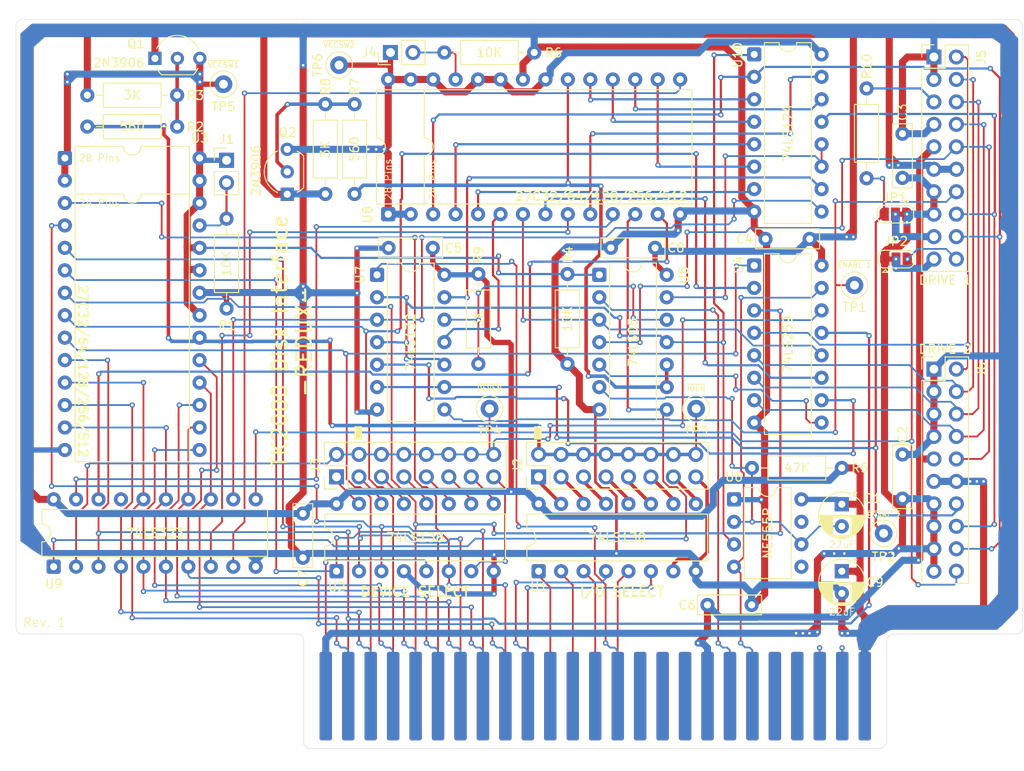
<source format=kicad_pcb>
(kicad_pcb
	(version 20241229)
	(generator "pcbnew")
	(generator_version "9.0")
	(general
		(thickness 1.6)
		(legacy_teardrops no)
	)
	(paper "A4")
	(layers
		(0 "F.Cu" signal)
		(2 "B.Cu" signal)
		(9 "F.Adhes" user "F.Adhesive")
		(11 "B.Adhes" user "B.Adhesive")
		(13 "F.Paste" user)
		(15 "B.Paste" user)
		(5 "F.SilkS" user "F.Silkscreen")
		(7 "B.SilkS" user "B.Silkscreen")
		(1 "F.Mask" user)
		(3 "B.Mask" user)
		(17 "Dwgs.User" user "User.Drawings")
		(19 "Cmts.User" user "User.Comments")
		(21 "Eco1.User" user "User.Eco1")
		(23 "Eco2.User" user "User.Eco2")
		(25 "Edge.Cuts" user)
		(27 "Margin" user)
		(31 "F.CrtYd" user "F.Courtyard")
		(29 "B.CrtYd" user "B.Courtyard")
		(35 "F.Fab" user)
		(33 "B.Fab" user)
		(39 "User.1" user)
		(41 "User.2" user)
		(43 "User.3" user)
		(45 "User.4" user)
	)
	(setup
		(pad_to_mask_clearance 0)
		(allow_soldermask_bridges_in_footprints no)
		(tenting front back)
		(pcbplotparams
			(layerselection 0x00000000_00000000_55555555_5755f5ff)
			(plot_on_all_layers_selection 0x00000000_00000000_00000000_00000000)
			(disableapertmacros no)
			(usegerberextensions no)
			(usegerberattributes yes)
			(usegerberadvancedattributes yes)
			(creategerberjobfile yes)
			(dashed_line_dash_ratio 12.000000)
			(dashed_line_gap_ratio 3.000000)
			(svgprecision 4)
			(plotframeref no)
			(mode 1)
			(useauxorigin no)
			(hpglpennumber 1)
			(hpglpenspeed 20)
			(hpglpendiameter 15.000000)
			(pdf_front_fp_property_popups yes)
			(pdf_back_fp_property_popups yes)
			(pdf_metadata yes)
			(pdf_single_document no)
			(dxfpolygonmode yes)
			(dxfimperialunits yes)
			(dxfusepcbnewfont yes)
			(psnegative no)
			(psa4output no)
			(plot_black_and_white yes)
			(sketchpadsonfab no)
			(plotpadnumbers no)
			(hidednponfab no)
			(sketchdnponfab yes)
			(crossoutdnponfab yes)
			(subtractmaskfromsilk no)
			(outputformat 1)
			(mirror no)
			(drillshape 0)
			(scaleselection 1)
			(outputdirectory "gerbers/")
		)
	)
	(net 0 "")
	(net 1 "-12V")
	(net 2 "GND")
	(net 3 "+5V")
	(net 4 "Net-(U6-THR)")
	(net 5 "+12V")
	(net 6 "Net-(J1-Pin_2)")
	(net 7 "~{IOSEL}")
	(net 8 "Net-(J2-Pin_5)")
	(net 9 "Net-(J2-Pin_7)")
	(net 10 "/VCC_SWITCHED_1")
	(net 11 "Net-(J2-Pin_15)")
	(net 12 "Net-(J2-Pin_3)")
	(net 13 "Net-(J2-Pin_9)")
	(net 14 "Net-(J2-Pin_11)")
	(net 15 "Net-(J2-Pin_13)")
	(net 16 "Net-(J2-Pin_1)")
	(net 17 "Net-(J3-Pin_11)")
	(net 18 "Net-(J3-Pin_5)")
	(net 19 "Net-(J3-Pin_7)")
	(net 20 "Net-(J3-Pin_9)")
	(net 21 "Net-(J3-Pin_1)")
	(net 22 "Net-(J3-Pin_13)")
	(net 23 "Net-(J3-Pin_15)")
	(net 24 "Net-(J3-Pin_3)")
	(net 25 "Net-(J4-Pin_2)")
	(net 26 "/PH1")
	(net 27 "/PH0")
	(net 28 "/WR DATA")
	(net 29 "/W PROT")
	(net 30 "/RD DATA")
	(net 31 "/PH2")
	(net 32 "/PH3")
	(net 33 "Net-(J5-Pin_17)")
	(net 34 "/WR REQ")
	(net 35 "Net-(J5-Pin_19)")
	(net 36 "/~{ENBL 1}")
	(net 37 "Net-(J5-Pin_5)")
	(net 38 "/~{ENBL 2}")
	(net 39 "A12")
	(net 40 "D0")
	(net 41 "A10")
	(net 42 "A3")
	(net 43 "A14")
	(net 44 "D3")
	(net 45 "unconnected-(P1-Pin_40-Pad40)")
	(net 46 "2M")
	(net 47 "~{RESET}")
	(net 48 "unconnected-(P1-Pin_30-Pad30)")
	(net 49 "A4")
	(net 50 "~{EXTC}")
	(net 51 "unconnected-(P1-Pin_18-Pad18)")
	(net 52 "unconnected-(P1-Pin_38-Pad38)")
	(net 53 "D1")
	(net 54 "unconnected-(P1-Pin_29-Pad29)")
	(net 55 "A0")
	(net 56 "A15")
	(net 57 "D6")
	(net 58 "unconnected-(P1-Pin_36-Pad36)")
	(net 59 "A5")
	(net 60 "unconnected-(P1-Pin_22-Pad22)")
	(net 61 "~{EXTE}")
	(net 62 "Net-(P1-Pin_24)")
	(net 63 "~{EXT8}")
	(net 64 "unconnected-(P1-Pin_34-Pad34)")
	(net 65 "A8")
	(net 66 "D2")
	(net 67 "A2")
	(net 68 "D7")
	(net 69 "A7")
	(net 70 "Net-(P1-Pin_23)")
	(net 71 "A6")
	(net 72 "unconnected-(P1-Pin_21-Pad21)")
	(net 73 "~{EXT_MEM}")
	(net 74 "D4")
	(net 75 "D5")
	(net 76 "A9")
	(net 77 "A13")
	(net 78 "A11")
	(net 79 "unconnected-(P1-Pin_39-Pad39)")
	(net 80 "~{EXT6}")
	(net 81 "A1")
	(net 82 "Net-(Q1-B)")
	(net 83 "Net-(Q2-B)")
	(net 84 "Net-(U8-~{CE})")
	(net 85 "Net-(R9-Pad2)")
	(net 86 "Net-(U4-Q6)")
	(net 87 "Net-(U4-Q5)")
	(net 88 "Net-(U4-Q7)")
	(net 89 "Net-(U4-Q4)")
	(net 90 "Net-(U10-D3)")
	(net 91 "Net-(U8-D1)")
	(net 92 "Net-(U10-~{Mr})")
	(net 93 "Net-(U8-A4)")
	(net 94 "Net-(U10-Q3)")
	(net 95 "Net-(U10-Cp)")
	(net 96 "Net-(U8-D3)")
	(net 97 "Net-(U10-Q5)")
	(net 98 "Net-(U10-Q2)")
	(net 99 "Net-(U8-A1)")
	(net 100 "Net-(U10-D2)")
	(net 101 "Net-(U8-D0)")
	(net 102 "Net-(U10-Q1)")
	(net 103 "unconnected-(U6-DIS-Pad7)")
	(net 104 "Net-(U10-D0)")
	(net 105 "unconnected-(U6-CV-Pad5)")
	(net 106 "Net-(U10-D5)")
	(net 107 "Net-(U8-D2)")
	(net 108 "Net-(U10-D1)")
	(net 109 "unconnected-(U9-Q7-Pad17)")
	(net 110 "/VCC_SWITCHED_2")
	(net 111 "/~{IOEN}")
	(net 112 "/~{DEVEN}")
	(footprint "Connector_PinHeader_2.54mm:PinHeader_1x02_P2.54mm_Vertical" (layer "F.Cu") (at 69.565185 66.517185))
	(footprint "TestPoint:TestPoint_Loop_D1.80mm_Drill1.0mm_Beaded" (layer "F.Cu") (at 122.682 94.615))
	(footprint "Capacitor_THT:C_Rect_L7.0mm_W2.0mm_P5.00mm" (layer "F.Cu") (at 118.034185 76.423185 180))
	(footprint "Resistor_THT:R_Axial_DIN0207_L6.3mm_D2.5mm_P10.16mm_Horizontal" (layer "F.Cu") (at 94.203185 54.325185))
	(footprint "TestPoint:TestPoint_Loop_D1.80mm_Drill1.0mm_Beaded" (layer "F.Cu") (at 82.296 55.753))
	(footprint "Connector_PinHeader_2.54mm:PinHeader_1x02_P2.54mm_Vertical" (layer "F.Cu") (at 88.107185 54.325185 90))
	(footprint "Capacitor_THT:CP_Radial_D5.0mm_P2.50mm" (layer "F.Cu") (at 139.161185 112.999185 -90))
	(footprint "Resistor_THT:R_Axial_DIN0207_L6.3mm_D2.5mm_P10.16mm_Horizontal" (layer "F.Cu") (at 84.043185 60.167185 -90))
	(footprint "Capacitor_THT:C_Rect_L7.0mm_W2.0mm_P5.00mm" (layer "F.Cu") (at 146.019185 104.791185 90))
	(footprint "TestPoint:TestPoint_Loop_D1.80mm_Drill1.0mm_Beaded" (layer "F.Cu") (at 99.314 94.615))
	(footprint "Package_DIP:DIP-16_W7.62mm" (layer "F.Cu") (at 129.250185 54.539185))
	(footprint "Package_DIP:DIP-16_W7.62mm" (layer "F.Cu") (at 82.006185 112.994185 90))
	(footprint "Package_TO_SOT_THT:TO-92_Inline_Wide" (layer "F.Cu") (at 61.468 54.991))
	(footprint "Resistor_THT:R_Axial_DIN0207_L6.3mm_D2.5mm_P10.16mm_Horizontal" (layer "F.Cu") (at 141.955185 68.549185 90))
	(footprint "Capacitor_THT:CP_Radial_D5.0mm_P2.50mm" (layer "F.Cu") (at 139.156185 105.419185 -90))
	(footprint "Resistor_THT:R_Axial_DIN0207_L6.3mm_D2.5mm_P10.16mm_Horizontal" (layer "F.Cu") (at 53.817185 59.151185))
	(footprint "Package_DIP:DIP-16_W7.62mm" (layer "F.Cu") (at 104.866185 112.999185 90))
	(footprint "TK2000:DIP-28-24_W15.24mm" (layer "F.Cu") (at 87.853185 72.613185 90))
	(footprint "Package_DIP:DIP-14_W7.62mm" (layer "F.Cu") (at 111.729185 79.471185))
	(footprint "Resistor_THT:R_Axial_DIN0207_L6.3mm_D2.5mm_P10.16mm_Horizontal" (layer "F.Cu") (at 69.565185 73.121185 -90))
	(footprint "TestPoint:TestPoint_Loop_D1.80mm_Drill1.0mm_Beaded" (layer "F.Cu") (at 140.589 80.645))
	(footprint "Capacitor_THT:C_Rect_L7.0mm_W2.0mm_P5.00mm" (layer "F.Cu") (at 146.019185 68.509185 90))
	(footprint "Jumper:SolderJumper-3_P1.3mm_Bridged12_RoundedPad1.0x1.5mm" (layer "F.Cu") (at 145.287185 77.693185))
	(footprint "Resistor_THT:R_Axial_DIN0207_L6.3mm_D2.5mm_P10.16mm_Horizontal" (layer "F.Cu") (at 98.053185 79.382185 -90))
	(footprint "TK2000:DIP-28-24_W15.24mm" (layer "F.Cu") (at 51.277185 66.263185))
	(footprint "Capacitor_THT:C_Rect_L7.0mm_W2.0mm_P5.00mm" (layer "F.Cu") (at 135.525185 75.407185 180))
	(footprint "Capacitor_THT:C_Rect_L7.0mm_W2.0mm_P5.00mm" (layer "F.Cu") (at 78.201185 106.475185 -90))
	(footprint "Capacitor_THT:C_Rect_L7.0mm_W2.0mm_P5.00mm" (layer "F.Cu") (at 92.893185 76.428185 180))
	(footprint "Package_DIP:DIP-14_W7.62mm"
		(layer "F.Cu")
		(uuid "a0622b99-2d5e-4ed7-81b0-0f8cd8a25f7e")
		(at 86.588185 79.471185)
		(descr "14-lead though-hole mounted DIP package, row spacing 7.62mm (300 mils)")
		(tags "THT DIP DIL PDIP 2.54mm 7.62mm 300m
... [377671 chars truncated]
</source>
